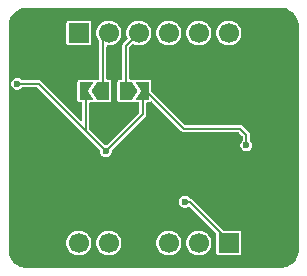
<source format=gbr>
%TF.GenerationSoftware,KiCad,Pcbnew,9.0.1*%
%TF.CreationDate,2025-06-14T19:14:14-04:00*%
%TF.ProjectId,SCH16TBreakout,53434831-3654-4427-9265-616b6f75742e,rev?*%
%TF.SameCoordinates,Original*%
%TF.FileFunction,Copper,L2,Bot*%
%TF.FilePolarity,Positive*%
%FSLAX46Y46*%
G04 Gerber Fmt 4.6, Leading zero omitted, Abs format (unit mm)*
G04 Created by KiCad (PCBNEW 9.0.1) date 2025-06-14 19:14:14*
%MOMM*%
%LPD*%
G01*
G04 APERTURE LIST*
G04 Aperture macros list*
%AMFreePoly0*
4,1,6,1.000000,0.000000,0.500000,-0.750000,-0.500000,-0.750000,-0.500000,0.750000,0.500000,0.750000,1.000000,0.000000,1.000000,0.000000,$1*%
%AMFreePoly1*
4,1,6,0.500000,-0.750000,-0.650000,-0.750000,-0.150000,0.000000,-0.650000,0.750000,0.500000,0.750000,0.500000,-0.750000,0.500000,-0.750000,$1*%
G04 Aperture macros list end*
%TA.AperFunction,ComponentPad*%
%ADD10C,3.500000*%
%TD*%
%TA.AperFunction,ComponentPad*%
%ADD11R,1.700000X1.700000*%
%TD*%
%TA.AperFunction,ComponentPad*%
%ADD12C,1.700000*%
%TD*%
%TA.AperFunction,SMDPad,CuDef*%
%ADD13FreePoly0,0.000000*%
%TD*%
%TA.AperFunction,SMDPad,CuDef*%
%ADD14FreePoly1,0.000000*%
%TD*%
%TA.AperFunction,SMDPad,CuDef*%
%ADD15FreePoly0,180.000000*%
%TD*%
%TA.AperFunction,SMDPad,CuDef*%
%ADD16FreePoly1,180.000000*%
%TD*%
%TA.AperFunction,ViaPad*%
%ADD17C,0.600000*%
%TD*%
%TA.AperFunction,Conductor*%
%ADD18C,0.200000*%
%TD*%
G04 APERTURE END LIST*
D10*
%TO.P,H3,1,1*%
%TO.N,GND*%
X45720000Y-50800000D03*
%TD*%
%TO.P,H2,1,1*%
%TO.N,GND*%
X45720000Y-68580000D03*
%TD*%
D11*
%TO.P,J1,1,Pin_1*%
%TO.N,unconnected-(J1-Pin_1-Pad1)*%
X29210000Y-50800000D03*
D12*
%TO.P,J1,2,Pin_2*%
%TO.N,/TA9*%
X31750000Y-50800000D03*
%TO.P,J1,3,Pin_3*%
%TO.N,/TA8*%
X34289999Y-50800000D03*
%TO.P,J1,4,Pin_4*%
%TO.N,/RST*%
X36830000Y-50800000D03*
%TO.P,J1,5,Pin_5*%
%TO.N,/MOSI*%
X39370000Y-50800000D03*
%TO.P,J1,6,Pin_6*%
%TO.N,/~{CS}*%
X41910000Y-50800000D03*
%TD*%
D11*
%TO.P,J2,1,Pin_1*%
%TO.N,/DRY*%
X41910000Y-68580000D03*
D12*
%TO.P,J2,2,Pin_2*%
%TO.N,/MISO*%
X39370000Y-68580000D03*
%TO.P,J2,3,Pin_3*%
%TO.N,/SCK*%
X36830001Y-68580000D03*
%TO.P,J2,4,Pin_4*%
%TO.N,GND*%
X34290000Y-68580000D03*
%TO.P,J2,5,Pin_5*%
%TO.N,unconnected-(J2-Pin_5-Pad5)*%
X31750000Y-68580000D03*
%TO.P,J2,6,Pin_6*%
%TO.N,+3V3*%
X29210000Y-68580000D03*
%TD*%
D10*
%TO.P,H1,1,1*%
%TO.N,GND*%
X25400000Y-68580000D03*
%TD*%
%TO.P,H4,1,1*%
%TO.N,GND*%
X25400000Y-50800000D03*
%TD*%
D13*
%TO.P,JP1,1,A*%
%TO.N,/TA8*%
X33175000Y-55700000D03*
D14*
%TO.P,JP1,2,B*%
%TO.N,+3V3*%
X34625000Y-55700000D03*
%TD*%
D15*
%TO.P,JP2,1,A*%
%TO.N,/TA9*%
X31249998Y-55700000D03*
D16*
%TO.P,JP2,2,B*%
%TO.N,+3V3*%
X29800000Y-55700000D03*
%TD*%
D17*
%TO.N,GND*%
X45400000Y-57000000D03*
X32600000Y-58400000D03*
X33300000Y-63800000D03*
X46900000Y-65900000D03*
X28800000Y-53700000D03*
X23800000Y-58000000D03*
X41800000Y-53700000D03*
X28500000Y-65400000D03*
X27600000Y-62100000D03*
%TO.N,+3V3*%
X24000000Y-55100000D03*
X31500000Y-60800000D03*
X43400000Y-60300000D03*
%TO.N,/DRY*%
X38200000Y-65100000D03*
%TD*%
D18*
%TO.N,+3V3*%
X34900000Y-55700000D02*
X34625000Y-55700000D01*
X43400000Y-59400000D02*
X42900000Y-58900000D01*
X25800000Y-55100000D02*
X24000000Y-55100000D01*
X42900000Y-58900000D02*
X38100000Y-58900000D01*
X29800000Y-55700000D02*
X29800000Y-59000000D01*
X43400000Y-60300000D02*
X43400000Y-59400000D01*
X29750000Y-59050000D02*
X25800000Y-55100000D01*
X38100000Y-58900000D02*
X34900000Y-55700000D01*
X31500000Y-60800000D02*
X29750000Y-59050000D01*
X34625000Y-55700000D02*
X34625000Y-57675000D01*
X34625000Y-57675000D02*
X31500000Y-60800000D01*
X29800000Y-59000000D02*
X29750000Y-59050000D01*
%TO.N,/TA9*%
X31249998Y-55700000D02*
X31249998Y-51300002D01*
X31249998Y-51300002D02*
X31750000Y-50800000D01*
%TO.N,/TA8*%
X33175000Y-51914999D02*
X34289999Y-50800000D01*
X33175000Y-55700000D02*
X33175000Y-51914999D01*
%TO.N,/DRY*%
X38204017Y-65095983D02*
X38595983Y-65095983D01*
X38200000Y-65100000D02*
X38204017Y-65095983D01*
X38595983Y-65095983D02*
X41910000Y-68410000D01*
X41910000Y-68410000D02*
X41910000Y-68580000D01*
%TD*%
%TA.AperFunction,Conductor*%
%TO.N,GND*%
G36*
X46263522Y-48660752D02*
G01*
X46290016Y-48662646D01*
X46480577Y-48676276D01*
X46494540Y-48678283D01*
X46703721Y-48723788D01*
X46717261Y-48727764D01*
X46917833Y-48802574D01*
X46930659Y-48808431D01*
X47118545Y-48911024D01*
X47130417Y-48918654D01*
X47301781Y-49046936D01*
X47312456Y-49056185D01*
X47463814Y-49207543D01*
X47473063Y-49218218D01*
X47601345Y-49389582D01*
X47608977Y-49401458D01*
X47711565Y-49589334D01*
X47717429Y-49602174D01*
X47792233Y-49802731D01*
X47796213Y-49816284D01*
X47841714Y-50025449D01*
X47843724Y-50039430D01*
X47859248Y-50256476D01*
X47859500Y-50263539D01*
X47859500Y-69116460D01*
X47859248Y-69123523D01*
X47843724Y-69340569D01*
X47841714Y-69354550D01*
X47796213Y-69563715D01*
X47792233Y-69577268D01*
X47717429Y-69777825D01*
X47711561Y-69790674D01*
X47608982Y-69978534D01*
X47601345Y-69990417D01*
X47473063Y-70161781D01*
X47463814Y-70172456D01*
X47312456Y-70323814D01*
X47301781Y-70333063D01*
X47130417Y-70461345D01*
X47118534Y-70468982D01*
X46930674Y-70571561D01*
X46917825Y-70577429D01*
X46717268Y-70652233D01*
X46703715Y-70656213D01*
X46494550Y-70701714D01*
X46480569Y-70703724D01*
X46263523Y-70719248D01*
X46256460Y-70719500D01*
X24863540Y-70719500D01*
X24856477Y-70719248D01*
X24639430Y-70703724D01*
X24625449Y-70701714D01*
X24416284Y-70656213D01*
X24402731Y-70652233D01*
X24202174Y-70577429D01*
X24189334Y-70571565D01*
X24001458Y-70468977D01*
X23989582Y-70461345D01*
X23818218Y-70333063D01*
X23807543Y-70323814D01*
X23656185Y-70172456D01*
X23646936Y-70161781D01*
X23518654Y-69990417D01*
X23511024Y-69978545D01*
X23408431Y-69790659D01*
X23402574Y-69777833D01*
X23327764Y-69577261D01*
X23323788Y-69563721D01*
X23278283Y-69354540D01*
X23276276Y-69340577D01*
X23260752Y-69123522D01*
X23260500Y-69116460D01*
X23260500Y-68476532D01*
X28159500Y-68476532D01*
X28159500Y-68683467D01*
X28199869Y-68886418D01*
X28279058Y-69077597D01*
X28307391Y-69120000D01*
X28394023Y-69249655D01*
X28540345Y-69395977D01*
X28712402Y-69510941D01*
X28903580Y-69590130D01*
X29106535Y-69630500D01*
X29106536Y-69630500D01*
X29313464Y-69630500D01*
X29313465Y-69630500D01*
X29516420Y-69590130D01*
X29707598Y-69510941D01*
X29879655Y-69395977D01*
X30025977Y-69249655D01*
X30140941Y-69077598D01*
X30220130Y-68886420D01*
X30260500Y-68683465D01*
X30260500Y-68476535D01*
X30260499Y-68476532D01*
X30699500Y-68476532D01*
X30699500Y-68683467D01*
X30739869Y-68886418D01*
X30819058Y-69077597D01*
X30847391Y-69120000D01*
X30934023Y-69249655D01*
X31080345Y-69395977D01*
X31252402Y-69510941D01*
X31443580Y-69590130D01*
X31646535Y-69630500D01*
X31646536Y-69630500D01*
X31853464Y-69630500D01*
X31853465Y-69630500D01*
X32056420Y-69590130D01*
X32247598Y-69510941D01*
X32419655Y-69395977D01*
X32565977Y-69249655D01*
X32680941Y-69077598D01*
X32760130Y-68886420D01*
X32800500Y-68683465D01*
X32800500Y-68476535D01*
X32800499Y-68476532D01*
X35779501Y-68476532D01*
X35779501Y-68683467D01*
X35819870Y-68886418D01*
X35899059Y-69077597D01*
X35927392Y-69120000D01*
X36014024Y-69249655D01*
X36160346Y-69395977D01*
X36332403Y-69510941D01*
X36523581Y-69590130D01*
X36726536Y-69630500D01*
X36726537Y-69630500D01*
X36933465Y-69630500D01*
X36933466Y-69630500D01*
X37136421Y-69590130D01*
X37327599Y-69510941D01*
X37499656Y-69395977D01*
X37645978Y-69249655D01*
X37760942Y-69077598D01*
X37840131Y-68886420D01*
X37880501Y-68683465D01*
X37880501Y-68476535D01*
X37880500Y-68476532D01*
X38319500Y-68476532D01*
X38319500Y-68683467D01*
X38359869Y-68886418D01*
X38439058Y-69077597D01*
X38467391Y-69120000D01*
X38554023Y-69249655D01*
X38700345Y-69395977D01*
X38872402Y-69510941D01*
X39063580Y-69590130D01*
X39266535Y-69630500D01*
X39266536Y-69630500D01*
X39473464Y-69630500D01*
X39473465Y-69630500D01*
X39676420Y-69590130D01*
X39867598Y-69510941D01*
X40039655Y-69395977D01*
X40185977Y-69249655D01*
X40300941Y-69077598D01*
X40380130Y-68886420D01*
X40420500Y-68683465D01*
X40420500Y-68476535D01*
X40380130Y-68273580D01*
X40300941Y-68082402D01*
X40185977Y-67910345D01*
X40039655Y-67764023D01*
X39959182Y-67710253D01*
X39867597Y-67649058D01*
X39676418Y-67569869D01*
X39473467Y-67529500D01*
X39473465Y-67529500D01*
X39266535Y-67529500D01*
X39266532Y-67529500D01*
X39063581Y-67569869D01*
X38872402Y-67649058D01*
X38700348Y-67764020D01*
X38554020Y-67910348D01*
X38439058Y-68082402D01*
X38359869Y-68273581D01*
X38319500Y-68476532D01*
X37880500Y-68476532D01*
X37840131Y-68273580D01*
X37760942Y-68082402D01*
X37645978Y-67910345D01*
X37499656Y-67764023D01*
X37419183Y-67710253D01*
X37327598Y-67649058D01*
X37136419Y-67569869D01*
X36933468Y-67529500D01*
X36933466Y-67529500D01*
X36726536Y-67529500D01*
X36726533Y-67529500D01*
X36523582Y-67569869D01*
X36332403Y-67649058D01*
X36160349Y-67764020D01*
X36014021Y-67910348D01*
X35899059Y-68082402D01*
X35819870Y-68273581D01*
X35779501Y-68476532D01*
X32800499Y-68476532D01*
X32760130Y-68273580D01*
X32680941Y-68082402D01*
X32565977Y-67910345D01*
X32419655Y-67764023D01*
X32339182Y-67710253D01*
X32247597Y-67649058D01*
X32056418Y-67569869D01*
X31853467Y-67529500D01*
X31853465Y-67529500D01*
X31646535Y-67529500D01*
X31646532Y-67529500D01*
X31443581Y-67569869D01*
X31252402Y-67649058D01*
X31080348Y-67764020D01*
X30934020Y-67910348D01*
X30819058Y-68082402D01*
X30739869Y-68273581D01*
X30699500Y-68476532D01*
X30260499Y-68476532D01*
X30220130Y-68273580D01*
X30140941Y-68082402D01*
X30025977Y-67910345D01*
X29879655Y-67764023D01*
X29799182Y-67710253D01*
X29707597Y-67649058D01*
X29516418Y-67569869D01*
X29313467Y-67529500D01*
X29313465Y-67529500D01*
X29106535Y-67529500D01*
X29106532Y-67529500D01*
X28903581Y-67569869D01*
X28712402Y-67649058D01*
X28540348Y-67764020D01*
X28394020Y-67910348D01*
X28279058Y-68082402D01*
X28199869Y-68273581D01*
X28159500Y-68476532D01*
X23260500Y-68476532D01*
X23260500Y-65034108D01*
X37699500Y-65034108D01*
X37699500Y-65165892D01*
X37729579Y-65278151D01*
X37733609Y-65293190D01*
X37799496Y-65407309D01*
X37799498Y-65407311D01*
X37799500Y-65407314D01*
X37892686Y-65500500D01*
X37892688Y-65500501D01*
X37892690Y-65500503D01*
X38006810Y-65566390D01*
X38006808Y-65566390D01*
X38006812Y-65566391D01*
X38006814Y-65566392D01*
X38134108Y-65600500D01*
X38134110Y-65600500D01*
X38265890Y-65600500D01*
X38265892Y-65600500D01*
X38393186Y-65566392D01*
X38393188Y-65566390D01*
X38393190Y-65566390D01*
X38484772Y-65513515D01*
X38544620Y-65500793D01*
X38600516Y-65525679D01*
X38604276Y-65529247D01*
X40830504Y-67755475D01*
X40858281Y-67809992D01*
X40859500Y-67825479D01*
X40859500Y-69449746D01*
X40859501Y-69449758D01*
X40871132Y-69508227D01*
X40871134Y-69508233D01*
X40908207Y-69563715D01*
X40915448Y-69574552D01*
X40981769Y-69618867D01*
X41026231Y-69627711D01*
X41040241Y-69630498D01*
X41040246Y-69630498D01*
X41040252Y-69630500D01*
X41040253Y-69630500D01*
X42779747Y-69630500D01*
X42779748Y-69630500D01*
X42838231Y-69618867D01*
X42904552Y-69574552D01*
X42948867Y-69508231D01*
X42960500Y-69449748D01*
X42960500Y-67710252D01*
X42948867Y-67651769D01*
X42904552Y-67585448D01*
X42904548Y-67585445D01*
X42838233Y-67541134D01*
X42838231Y-67541133D01*
X42838228Y-67541132D01*
X42838227Y-67541132D01*
X42779758Y-67529501D01*
X42779748Y-67529500D01*
X42779747Y-67529500D01*
X41495479Y-67529500D01*
X41437288Y-67510593D01*
X41425475Y-67500504D01*
X38780494Y-64855523D01*
X38780491Y-64855521D01*
X38780490Y-64855520D01*
X38778010Y-64854088D01*
X38711973Y-64815962D01*
X38711968Y-64815960D01*
X38635549Y-64795483D01*
X38631724Y-64794980D01*
X38576500Y-64768638D01*
X38574681Y-64766867D01*
X38507314Y-64699500D01*
X38507311Y-64699498D01*
X38507309Y-64699496D01*
X38393189Y-64633609D01*
X38393191Y-64633609D01*
X38343799Y-64620375D01*
X38265892Y-64599500D01*
X38134108Y-64599500D01*
X38056200Y-64620375D01*
X38006809Y-64633609D01*
X37892690Y-64699496D01*
X37799496Y-64792690D01*
X37733609Y-64906809D01*
X37733608Y-64906814D01*
X37699500Y-65034108D01*
X23260500Y-65034108D01*
X23260500Y-55034108D01*
X23499500Y-55034108D01*
X23499500Y-55165892D01*
X23529579Y-55278151D01*
X23533609Y-55293190D01*
X23599496Y-55407309D01*
X23599498Y-55407311D01*
X23599500Y-55407314D01*
X23692686Y-55500500D01*
X23692688Y-55500501D01*
X23692690Y-55500503D01*
X23806810Y-55566390D01*
X23806808Y-55566390D01*
X23806812Y-55566391D01*
X23806814Y-55566392D01*
X23934108Y-55600500D01*
X23934110Y-55600500D01*
X24065890Y-55600500D01*
X24065892Y-55600500D01*
X24193186Y-55566392D01*
X24193188Y-55566390D01*
X24193190Y-55566390D01*
X24307309Y-55500503D01*
X24307309Y-55500502D01*
X24307314Y-55500500D01*
X24378319Y-55429494D01*
X24432834Y-55401719D01*
X24448321Y-55400500D01*
X25634521Y-55400500D01*
X25692712Y-55419407D01*
X25704525Y-55429496D01*
X30970504Y-60695475D01*
X30998281Y-60749992D01*
X30999500Y-60765478D01*
X30999500Y-60865892D01*
X31029579Y-60978151D01*
X31033609Y-60993190D01*
X31099496Y-61107309D01*
X31099498Y-61107311D01*
X31099500Y-61107314D01*
X31192686Y-61200500D01*
X31192688Y-61200501D01*
X31192690Y-61200503D01*
X31306810Y-61266390D01*
X31306808Y-61266390D01*
X31306812Y-61266391D01*
X31306814Y-61266392D01*
X31434108Y-61300500D01*
X31434110Y-61300500D01*
X31565890Y-61300500D01*
X31565892Y-61300500D01*
X31693186Y-61266392D01*
X31693188Y-61266390D01*
X31693190Y-61266390D01*
X31807309Y-61200503D01*
X31807309Y-61200502D01*
X31807314Y-61200500D01*
X31900500Y-61107314D01*
X31966392Y-60993186D01*
X32000500Y-60865892D01*
X32000500Y-60765478D01*
X32019407Y-60707287D01*
X32029496Y-60695474D01*
X33394952Y-59330018D01*
X34865460Y-57859511D01*
X34905021Y-57790989D01*
X34925500Y-57714562D01*
X34925500Y-56754500D01*
X34944407Y-56696309D01*
X34993907Y-56660345D01*
X35024500Y-56655500D01*
X35124999Y-56655500D01*
X35125000Y-56655500D01*
X35170728Y-56650348D01*
X35253127Y-56610666D01*
X35253129Y-56610663D01*
X35257705Y-56607015D01*
X35314988Y-56585513D01*
X35373969Y-56601788D01*
X35389438Y-56614409D01*
X37859540Y-59084511D01*
X37859539Y-59084511D01*
X37915489Y-59140460D01*
X37984007Y-59180019D01*
X37984011Y-59180021D01*
X38060435Y-59200499D01*
X38060437Y-59200500D01*
X38060438Y-59200500D01*
X42734521Y-59200500D01*
X42792712Y-59219407D01*
X42804525Y-59229496D01*
X43070504Y-59495475D01*
X43098281Y-59549992D01*
X43099500Y-59565479D01*
X43099500Y-59851679D01*
X43080593Y-59909870D01*
X43070509Y-59921676D01*
X42999500Y-59992686D01*
X42999497Y-59992689D01*
X42999496Y-59992690D01*
X42933609Y-60106809D01*
X42933608Y-60106814D01*
X42899500Y-60234108D01*
X42899500Y-60365892D01*
X42929579Y-60478151D01*
X42933609Y-60493190D01*
X42999496Y-60607309D01*
X42999498Y-60607311D01*
X42999500Y-60607314D01*
X43092686Y-60700500D01*
X43092688Y-60700501D01*
X43092690Y-60700503D01*
X43206810Y-60766390D01*
X43206808Y-60766390D01*
X43206812Y-60766391D01*
X43206814Y-60766392D01*
X43334108Y-60800500D01*
X43334110Y-60800500D01*
X43465890Y-60800500D01*
X43465892Y-60800500D01*
X43593186Y-60766392D01*
X43593188Y-60766390D01*
X43593190Y-60766390D01*
X43707309Y-60700503D01*
X43707309Y-60700502D01*
X43707314Y-60700500D01*
X43800500Y-60607314D01*
X43866392Y-60493186D01*
X43900500Y-60365892D01*
X43900500Y-60234108D01*
X43866392Y-60106814D01*
X43866390Y-60106811D01*
X43866390Y-60106809D01*
X43800503Y-59992690D01*
X43800501Y-59992688D01*
X43800500Y-59992686D01*
X43729494Y-59921680D01*
X43701719Y-59867166D01*
X43700500Y-59851679D01*
X43700500Y-59360439D01*
X43700499Y-59360435D01*
X43692350Y-59330019D01*
X43692350Y-59330018D01*
X43680022Y-59284012D01*
X43680020Y-59284008D01*
X43640463Y-59215493D01*
X43640461Y-59215491D01*
X43640460Y-59215489D01*
X43084511Y-58659540D01*
X43084508Y-58659538D01*
X43015992Y-58619980D01*
X43015988Y-58619978D01*
X42939564Y-58599500D01*
X42939562Y-58599500D01*
X38265479Y-58599500D01*
X38207288Y-58580593D01*
X38195475Y-58570504D01*
X35359496Y-55734525D01*
X35331719Y-55680008D01*
X35330500Y-55664521D01*
X35330500Y-54950000D01*
X35325348Y-54904272D01*
X35285666Y-54821873D01*
X35257612Y-54799500D01*
X35214162Y-54764850D01*
X35125000Y-54744500D01*
X33975000Y-54744500D01*
X33974988Y-54744501D01*
X33901920Y-54757933D01*
X33901912Y-54757936D01*
X33882295Y-54771014D01*
X33823389Y-54787559D01*
X33774347Y-54769407D01*
X33774212Y-54769690D01*
X33771228Y-54768253D01*
X33766008Y-54766321D01*
X33765654Y-54766040D01*
X33764162Y-54764850D01*
X33675000Y-54744500D01*
X33574500Y-54744500D01*
X33516309Y-54725593D01*
X33480345Y-54676093D01*
X33475500Y-54645500D01*
X33475500Y-52080476D01*
X33494407Y-52022285D01*
X33504490Y-52010479D01*
X33739707Y-51775261D01*
X33794222Y-51747485D01*
X33847590Y-51753801D01*
X33983579Y-51810130D01*
X34186534Y-51850500D01*
X34186535Y-51850500D01*
X34393463Y-51850500D01*
X34393464Y-51850500D01*
X34596419Y-51810130D01*
X34787597Y-51730941D01*
X34959654Y-51615977D01*
X35105976Y-51469655D01*
X35220940Y-51297598D01*
X35300129Y-51106420D01*
X35340499Y-50903465D01*
X35340499Y-50696535D01*
X35340498Y-50696532D01*
X35779500Y-50696532D01*
X35779500Y-50903467D01*
X35819869Y-51106418D01*
X35899058Y-51297597D01*
X36014020Y-51469651D01*
X36014023Y-51469655D01*
X36160345Y-51615977D01*
X36332402Y-51730941D01*
X36523580Y-51810130D01*
X36726535Y-51850500D01*
X36726536Y-51850500D01*
X36933464Y-51850500D01*
X36933465Y-51850500D01*
X37136420Y-51810130D01*
X37327598Y-51730941D01*
X37499655Y-51615977D01*
X37645977Y-51469655D01*
X37760941Y-51297598D01*
X37840130Y-51106420D01*
X37880500Y-50903465D01*
X37880500Y-50696535D01*
X37880499Y-50696532D01*
X38319500Y-50696532D01*
X38319500Y-50903467D01*
X38359869Y-51106418D01*
X38439058Y-51297597D01*
X38554020Y-51469651D01*
X38554023Y-51469655D01*
X38700345Y-51615977D01*
X38872402Y-51730941D01*
X39063580Y-51810130D01*
X39266535Y-51850500D01*
X39266536Y-51850500D01*
X39473464Y-51850500D01*
X39473465Y-51850500D01*
X39676420Y-51810130D01*
X39867598Y-51730941D01*
X40039655Y-51615977D01*
X40185977Y-51469655D01*
X40300941Y-51297598D01*
X40380130Y-51106420D01*
X40420500Y-50903465D01*
X40420500Y-50696535D01*
X40420499Y-50696532D01*
X40859500Y-50696532D01*
X40859500Y-50903467D01*
X40899869Y-51106418D01*
X40979058Y-51297597D01*
X41094020Y-51469651D01*
X41094023Y-51469655D01*
X41240345Y-51615977D01*
X41412402Y-51730941D01*
X41603580Y-51810130D01*
X41806535Y-51850500D01*
X41806536Y-51850500D01*
X42013464Y-51850500D01*
X42013465Y-51850500D01*
X42216420Y-51810130D01*
X42407598Y-51730941D01*
X42579655Y-51615977D01*
X42725977Y-51469655D01*
X42840941Y-51297598D01*
X42920130Y-51106420D01*
X42960500Y-50903465D01*
X42960500Y-50696535D01*
X42920130Y-50493580D01*
X42840941Y-50302402D01*
X42725977Y-50130345D01*
X42579655Y-49984023D01*
X42499182Y-49930253D01*
X42407597Y-49869058D01*
X42216418Y-49789869D01*
X42013467Y-49749500D01*
X42013465Y-49749500D01*
X41806535Y-49749500D01*
X41806532Y-49749500D01*
X41603581Y-49789869D01*
X41412402Y-49869058D01*
X41240348Y-49984020D01*
X41094020Y-50130348D01*
X40979058Y-50302402D01*
X40899869Y-50493581D01*
X40859500Y-50696532D01*
X40420499Y-50696532D01*
X40380130Y-50493580D01*
X40300941Y-50302402D01*
X40185977Y-50130345D01*
X40039655Y-49984023D01*
X39959182Y-49930253D01*
X39867597Y-49869058D01*
X39676418Y-49789869D01*
X39473467Y-49749500D01*
X39473465Y-49749500D01*
X39266535Y-49749500D01*
X39266532Y-49749500D01*
X39063581Y-49789869D01*
X38872402Y-49869058D01*
X38700348Y-49984020D01*
X38554020Y-50130348D01*
X38439058Y-50302402D01*
X38359869Y-50493581D01*
X38319500Y-50696532D01*
X37880499Y-50696532D01*
X37840130Y-50493580D01*
X37760941Y-50302402D01*
X37645977Y-50130345D01*
X37499655Y-49984023D01*
X37419182Y-49930253D01*
X37327597Y-49869058D01*
X37136418Y-49789869D01*
X36933467Y-49749500D01*
X36933465Y-49749500D01*
X36726535Y-49749500D01*
X36726532Y-49749500D01*
X36523581Y-49789869D01*
X36332402Y-49869058D01*
X36160348Y-49984020D01*
X36014020Y-50130348D01*
X35899058Y-50302402D01*
X35819869Y-50493581D01*
X35779500Y-50696532D01*
X35340498Y-50696532D01*
X35300129Y-50493580D01*
X35220940Y-50302402D01*
X35105976Y-50130345D01*
X34959654Y-49984023D01*
X34879181Y-49930253D01*
X34787596Y-49869058D01*
X34596417Y-49789869D01*
X34393466Y-49749500D01*
X34393464Y-49749500D01*
X34186534Y-49749500D01*
X34186531Y-49749500D01*
X33983580Y-49789869D01*
X33792401Y-49869058D01*
X33620347Y-49984020D01*
X33474019Y-50130348D01*
X33359057Y-50302402D01*
X33279868Y-50493581D01*
X33239499Y-50696532D01*
X33239499Y-50903467D01*
X33279868Y-51106418D01*
X33336195Y-51242402D01*
X33340996Y-51303399D01*
X33314735Y-51350291D01*
X32990489Y-51674538D01*
X32934539Y-51730488D01*
X32894980Y-51799006D01*
X32894978Y-51799010D01*
X32874500Y-51875434D01*
X32874500Y-54645500D01*
X32855593Y-54703691D01*
X32806093Y-54739655D01*
X32775500Y-54744500D01*
X32674998Y-54744500D01*
X32629272Y-54749651D01*
X32546872Y-54789334D01*
X32489850Y-54860837D01*
X32469500Y-54950000D01*
X32469500Y-56450001D01*
X32474651Y-56495727D01*
X32514334Y-56578127D01*
X32585837Y-56635149D01*
X32675000Y-56655500D01*
X33675009Y-56655500D01*
X33688115Y-56654941D01*
X33692487Y-56654755D01*
X33779595Y-56626890D01*
X33779595Y-56626889D01*
X33790219Y-56623491D01*
X33790930Y-56625715D01*
X33835603Y-56615728D01*
X33875125Y-56631684D01*
X33875788Y-56630310D01*
X33885836Y-56635149D01*
X33975000Y-56655500D01*
X34225500Y-56655500D01*
X34283691Y-56674407D01*
X34319655Y-56723907D01*
X34324500Y-56754500D01*
X34324500Y-57509520D01*
X34305593Y-57567711D01*
X34295504Y-57579524D01*
X31604524Y-60270504D01*
X31597406Y-60274130D01*
X31592711Y-60280593D01*
X31570662Y-60287756D01*
X31550007Y-60298281D01*
X31534520Y-60299500D01*
X31465479Y-60299500D01*
X31407288Y-60280593D01*
X31395475Y-60270504D01*
X30129496Y-59004525D01*
X30101719Y-58950008D01*
X30100500Y-58934521D01*
X30100500Y-56754500D01*
X30119407Y-56696309D01*
X30168907Y-56660345D01*
X30199500Y-56655500D01*
X30450000Y-56655500D01*
X30450011Y-56655498D01*
X30478026Y-56650348D01*
X30523085Y-56642065D01*
X30542700Y-56628987D01*
X30601606Y-56612440D01*
X30650650Y-56630591D01*
X30650786Y-56630310D01*
X30653761Y-56631743D01*
X30658987Y-56633677D01*
X30659344Y-56633960D01*
X30660835Y-56635149D01*
X30749998Y-56655500D01*
X31749997Y-56655500D01*
X31749998Y-56655500D01*
X31795726Y-56650348D01*
X31878125Y-56610666D01*
X31935147Y-56539163D01*
X31955498Y-56450000D01*
X31955498Y-54950000D01*
X31950346Y-54904272D01*
X31910664Y-54821873D01*
X31882610Y-54799500D01*
X31839160Y-54764850D01*
X31749998Y-54744500D01*
X31649498Y-54744500D01*
X31591307Y-54725593D01*
X31555343Y-54676093D01*
X31550498Y-54645500D01*
X31550498Y-51949500D01*
X31569405Y-51891309D01*
X31618905Y-51855345D01*
X31649498Y-51850500D01*
X31853464Y-51850500D01*
X31853465Y-51850500D01*
X32056420Y-51810130D01*
X32247598Y-51730941D01*
X32419655Y-51615977D01*
X32565977Y-51469655D01*
X32680941Y-51297598D01*
X32760130Y-51106420D01*
X32800500Y-50903465D01*
X32800500Y-50696535D01*
X32760130Y-50493580D01*
X32680941Y-50302402D01*
X32565977Y-50130345D01*
X32419655Y-49984023D01*
X32339182Y-49930253D01*
X32247597Y-49869058D01*
X32056418Y-49789869D01*
X31853467Y-49749500D01*
X31853465Y-49749500D01*
X31646535Y-49749500D01*
X31646532Y-49749500D01*
X31443581Y-49789869D01*
X31252402Y-49869058D01*
X31080348Y-49984020D01*
X30934020Y-50130348D01*
X30819058Y-50302402D01*
X30739869Y-50493581D01*
X30699500Y-50696532D01*
X30699500Y-50903467D01*
X30739869Y-51106418D01*
X30819058Y-51297597D01*
X30932814Y-51467845D01*
X30949498Y-51522846D01*
X30949498Y-54645500D01*
X30930591Y-54703691D01*
X30881091Y-54739655D01*
X30850498Y-54744500D01*
X30749989Y-54744500D01*
X30732513Y-54745244D01*
X30732510Y-54745244D01*
X30634779Y-54776508D01*
X30634067Y-54774285D01*
X30589375Y-54784268D01*
X30549873Y-54768316D01*
X30549212Y-54769690D01*
X30539163Y-54764850D01*
X30450000Y-54744500D01*
X29300000Y-54744500D01*
X29299998Y-54744500D01*
X29254272Y-54749651D01*
X29171872Y-54789334D01*
X29114850Y-54860837D01*
X29094500Y-54950000D01*
X29094500Y-56450001D01*
X29099651Y-56495727D01*
X29139334Y-56578127D01*
X29210837Y-56635149D01*
X29300000Y-56655500D01*
X29400500Y-56655500D01*
X29458691Y-56674407D01*
X29494655Y-56723907D01*
X29499500Y-56754500D01*
X29499500Y-58135521D01*
X29480593Y-58193712D01*
X29431093Y-58229676D01*
X29369907Y-58229676D01*
X29330496Y-58205525D01*
X27660842Y-56535871D01*
X25984511Y-54859540D01*
X25975066Y-54854087D01*
X25915989Y-54819979D01*
X25915988Y-54819978D01*
X25915987Y-54819978D01*
X25839564Y-54799500D01*
X25839562Y-54799500D01*
X24448321Y-54799500D01*
X24390130Y-54780593D01*
X24378323Y-54770509D01*
X24307314Y-54699500D01*
X24307311Y-54699498D01*
X24307309Y-54699496D01*
X24193189Y-54633609D01*
X24193191Y-54633609D01*
X24143799Y-54620375D01*
X24065892Y-54599500D01*
X23934108Y-54599500D01*
X23856200Y-54620375D01*
X23806809Y-54633609D01*
X23692690Y-54699496D01*
X23599496Y-54792690D01*
X23533609Y-54906809D01*
X23533608Y-54906814D01*
X23499500Y-55034108D01*
X23260500Y-55034108D01*
X23260500Y-50263539D01*
X23260752Y-50256477D01*
X23270885Y-50114796D01*
X23276276Y-50039420D01*
X23278283Y-50025461D01*
X23298994Y-49930253D01*
X28159500Y-49930253D01*
X28159500Y-51669746D01*
X28159501Y-51669758D01*
X28171132Y-51728227D01*
X28171134Y-51728233D01*
X28183998Y-51747485D01*
X28215448Y-51794552D01*
X28281769Y-51838867D01*
X28326231Y-51847711D01*
X28340241Y-51850498D01*
X28340246Y-51850498D01*
X28340252Y-51850500D01*
X28340253Y-51850500D01*
X30079747Y-51850500D01*
X30079748Y-51850500D01*
X30138231Y-51838867D01*
X30204552Y-51794552D01*
X30248867Y-51728231D01*
X30260500Y-51669748D01*
X30260500Y-49930252D01*
X30248867Y-49871769D01*
X30204552Y-49805448D01*
X30200486Y-49802731D01*
X30138233Y-49761134D01*
X30138231Y-49761133D01*
X30138228Y-49761132D01*
X30138227Y-49761132D01*
X30079758Y-49749501D01*
X30079748Y-49749500D01*
X28340252Y-49749500D01*
X28340251Y-49749500D01*
X28340241Y-49749501D01*
X28281772Y-49761132D01*
X28281766Y-49761134D01*
X28215451Y-49805445D01*
X28215445Y-49805451D01*
X28171134Y-49871766D01*
X28171132Y-49871772D01*
X28159501Y-49930241D01*
X28159500Y-49930253D01*
X23298994Y-49930253D01*
X23323788Y-49816274D01*
X23327762Y-49802741D01*
X23402576Y-49602160D01*
X23408428Y-49589345D01*
X23511027Y-49401448D01*
X23518654Y-49389582D01*
X23646936Y-49218218D01*
X23656178Y-49207550D01*
X23807550Y-49056178D01*
X23818218Y-49046936D01*
X23989582Y-48918654D01*
X24001448Y-48911027D01*
X24189345Y-48808428D01*
X24202160Y-48802576D01*
X24402741Y-48727762D01*
X24416274Y-48723788D01*
X24625461Y-48678283D01*
X24639420Y-48676276D01*
X24832193Y-48662488D01*
X24856478Y-48660752D01*
X24863540Y-48660500D01*
X24917583Y-48660500D01*
X46202417Y-48660500D01*
X46256460Y-48660500D01*
X46263522Y-48660752D01*
G37*
%TD.AperFunction*%
%TD*%
M02*

</source>
